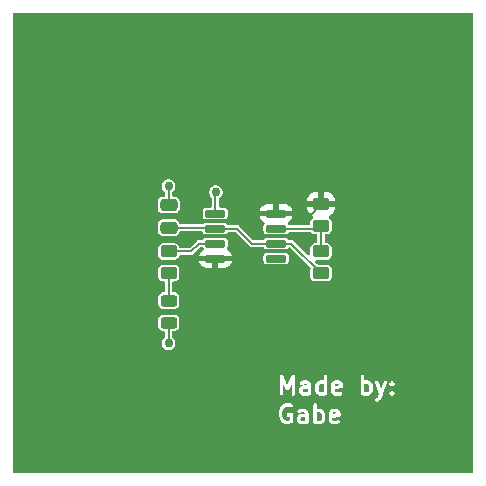
<source format=gbr>
%TF.GenerationSoftware,KiCad,Pcbnew,9.0.2-9.0.2-0~ubuntu22.04.1*%
%TF.CreationDate,2025-07-10T14:00:20-04:00*%
%TF.ProjectId,GettingToBlinky5.0,47657474-696e-4675-946f-426c696e6b79,rev?*%
%TF.SameCoordinates,Original*%
%TF.FileFunction,Copper,L1,Top*%
%TF.FilePolarity,Positive*%
%FSLAX46Y46*%
G04 Gerber Fmt 4.6, Leading zero omitted, Abs format (unit mm)*
G04 Created by KiCad (PCBNEW 9.0.2-9.0.2-0~ubuntu22.04.1) date 2025-07-10 14:00:20*
%MOMM*%
%LPD*%
G01*
G04 APERTURE LIST*
G04 Aperture macros list*
%AMRoundRect*
0 Rectangle with rounded corners*
0 $1 Rounding radius*
0 $2 $3 $4 $5 $6 $7 $8 $9 X,Y pos of 4 corners*
0 Add a 4 corners polygon primitive as box body*
4,1,4,$2,$3,$4,$5,$6,$7,$8,$9,$2,$3,0*
0 Add four circle primitives for the rounded corners*
1,1,$1+$1,$2,$3*
1,1,$1+$1,$4,$5*
1,1,$1+$1,$6,$7*
1,1,$1+$1,$8,$9*
0 Add four rect primitives between the rounded corners*
20,1,$1+$1,$2,$3,$4,$5,0*
20,1,$1+$1,$4,$5,$6,$7,0*
20,1,$1+$1,$6,$7,$8,$9,0*
20,1,$1+$1,$8,$9,$2,$3,0*%
G04 Aperture macros list end*
%ADD10C,0.300000*%
%TA.AperFunction,SMDPad,CuDef*%
%ADD11RoundRect,0.150000X-0.725000X-0.150000X0.725000X-0.150000X0.725000X0.150000X-0.725000X0.150000X0*%
%TD*%
%TA.AperFunction,SMDPad,CuDef*%
%ADD12RoundRect,0.250000X0.475000X-0.250000X0.475000X0.250000X-0.475000X0.250000X-0.475000X-0.250000X0*%
%TD*%
%TA.AperFunction,SMDPad,CuDef*%
%ADD13RoundRect,0.250000X-0.450000X0.262500X-0.450000X-0.262500X0.450000X-0.262500X0.450000X0.262500X0*%
%TD*%
%TA.AperFunction,SMDPad,CuDef*%
%ADD14RoundRect,0.243750X0.456250X-0.243750X0.456250X0.243750X-0.456250X0.243750X-0.456250X-0.243750X0*%
%TD*%
%TA.AperFunction,ViaPad*%
%ADD15C,0.750000*%
%TD*%
%TA.AperFunction,Conductor*%
%ADD16C,0.200000*%
%TD*%
G04 APERTURE END LIST*
D10*
G36*
X146247368Y-127036694D02*
G01*
X146219101Y-127050828D01*
X145932777Y-127050828D01*
X145866314Y-127017597D01*
X145833082Y-126951133D01*
X145833082Y-126879094D01*
X145866313Y-126812631D01*
X145932777Y-126779400D01*
X146247368Y-126779400D01*
X146247368Y-127036694D01*
G37*
G36*
X147594229Y-126395535D02*
G01*
X147631233Y-126432539D01*
X147675939Y-126521951D01*
X147675939Y-126879704D01*
X147631232Y-126969117D01*
X147594227Y-127006122D01*
X147504815Y-127050828D01*
X147289920Y-127050828D01*
X147261653Y-127036694D01*
X147261653Y-126364962D01*
X147289921Y-126350828D01*
X147504815Y-126350828D01*
X147594229Y-126395535D01*
G37*
G36*
X148928422Y-126384060D02*
G01*
X148954597Y-126436411D01*
X148547368Y-126517857D01*
X148547368Y-126450523D01*
X148580599Y-126384060D01*
X148647064Y-126350828D01*
X148861958Y-126350828D01*
X148928422Y-126384060D01*
G37*
G36*
X146461654Y-124621778D02*
G01*
X146433387Y-124635912D01*
X146147063Y-124635912D01*
X146080600Y-124602681D01*
X146047368Y-124536217D01*
X146047368Y-124464178D01*
X146080599Y-124397715D01*
X146147063Y-124364484D01*
X146461654Y-124364484D01*
X146461654Y-124621778D01*
G37*
G36*
X147818797Y-123950046D02*
G01*
X147818797Y-124621778D01*
X147790530Y-124635912D01*
X147575635Y-124635912D01*
X147486221Y-124591205D01*
X147449216Y-124554200D01*
X147404511Y-124464788D01*
X147404511Y-124107035D01*
X147449216Y-124017624D01*
X147486221Y-123980619D01*
X147575635Y-123935912D01*
X147790529Y-123935912D01*
X147818797Y-123950046D01*
G37*
G36*
X149142708Y-123969144D02*
G01*
X149168883Y-124021495D01*
X148761654Y-124102941D01*
X148761654Y-124035607D01*
X148794885Y-123969144D01*
X148861350Y-123935912D01*
X149076244Y-123935912D01*
X149142708Y-123969144D01*
G37*
G36*
X151594229Y-123980619D02*
G01*
X151631233Y-124017623D01*
X151675939Y-124107035D01*
X151675939Y-124464788D01*
X151631232Y-124554201D01*
X151594227Y-124591206D01*
X151504815Y-124635912D01*
X151289920Y-124635912D01*
X151261653Y-124621778D01*
X151261653Y-123950046D01*
X151289921Y-123935912D01*
X151504815Y-123935912D01*
X151594229Y-123980619D01*
G37*
G36*
X153996867Y-127517495D02*
G01*
X143866415Y-127517495D01*
X143866415Y-126343685D01*
X144033082Y-126343685D01*
X144033082Y-126557971D01*
X144033584Y-126563074D01*
X144033259Y-126565262D01*
X144034878Y-126576212D01*
X144035964Y-126587235D01*
X144036811Y-126589279D01*
X144037561Y-126594351D01*
X144108989Y-126880065D01*
X144109760Y-126882223D01*
X144109837Y-126883304D01*
X144114495Y-126895478D01*
X144118882Y-126907756D01*
X144119526Y-126908626D01*
X144120346Y-126910767D01*
X144191775Y-127053624D01*
X144199702Y-127066217D01*
X144201218Y-127069877D01*
X144204599Y-127073996D01*
X144207440Y-127078510D01*
X144210433Y-127081106D01*
X144219873Y-127092608D01*
X144362730Y-127235466D01*
X144385460Y-127254121D01*
X144390439Y-127256183D01*
X144394511Y-127259715D01*
X144421362Y-127271703D01*
X144635648Y-127343131D01*
X144650160Y-127346430D01*
X144653818Y-127347946D01*
X144659120Y-127348468D01*
X144664322Y-127349651D01*
X144668276Y-127349369D01*
X144683082Y-127350828D01*
X144825939Y-127350828D01*
X144840744Y-127349369D01*
X144844699Y-127349651D01*
X144849900Y-127348468D01*
X144855203Y-127347946D01*
X144858860Y-127346430D01*
X144873373Y-127343131D01*
X145087659Y-127271703D01*
X145114510Y-127259715D01*
X145118583Y-127256181D01*
X145123561Y-127254120D01*
X145146292Y-127235465D01*
X145217720Y-127164036D01*
X145236374Y-127141306D01*
X145253426Y-127100138D01*
X145258771Y-127087235D01*
X145261653Y-127057971D01*
X145261653Y-126843685D01*
X145533082Y-126843685D01*
X145533082Y-126986542D01*
X145535964Y-127015806D01*
X145538026Y-127020784D01*
X145538408Y-127026160D01*
X145548918Y-127053623D01*
X145620346Y-127196482D01*
X145623425Y-127201374D01*
X145624196Y-127203685D01*
X145626691Y-127206562D01*
X145636011Y-127221367D01*
X145650217Y-127233688D01*
X145662543Y-127247900D01*
X145677347Y-127257218D01*
X145680225Y-127259714D01*
X145682536Y-127260484D01*
X145687429Y-127263564D01*
X145830287Y-127334993D01*
X145857750Y-127345502D01*
X145863125Y-127345883D01*
X145868104Y-127347946D01*
X145897368Y-127350828D01*
X146254510Y-127350828D01*
X146283774Y-127347946D01*
X146288752Y-127345883D01*
X146294128Y-127345502D01*
X146321591Y-127334992D01*
X146328496Y-127331539D01*
X146368104Y-127347946D01*
X146426632Y-127347946D01*
X146480704Y-127325548D01*
X146522088Y-127284164D01*
X146544486Y-127230092D01*
X146547368Y-127200828D01*
X146547368Y-126415114D01*
X146544486Y-126385850D01*
X146542422Y-126380869D01*
X146542041Y-126375495D01*
X146531532Y-126348031D01*
X146460103Y-126205175D01*
X146457022Y-126200280D01*
X146456253Y-126197973D01*
X146453760Y-126195098D01*
X146444438Y-126180289D01*
X146430228Y-126167965D01*
X146417907Y-126153758D01*
X146403101Y-126144438D01*
X146400223Y-126141942D01*
X146397911Y-126141171D01*
X146393021Y-126138093D01*
X146250164Y-126066664D01*
X146222701Y-126056155D01*
X146217326Y-126055773D01*
X146212346Y-126053710D01*
X146183082Y-126050828D01*
X145897368Y-126050828D01*
X145868104Y-126053710D01*
X145863126Y-126055771D01*
X145857749Y-126056154D01*
X145830286Y-126066664D01*
X145687428Y-126138093D01*
X145662542Y-126153758D01*
X145624196Y-126197973D01*
X145605688Y-126253495D01*
X145609836Y-126311876D01*
X145636011Y-126364225D01*
X145680226Y-126402571D01*
X145735748Y-126421079D01*
X145794129Y-126416931D01*
X145821592Y-126406421D01*
X145932778Y-126350828D01*
X146147672Y-126350828D01*
X146214136Y-126384060D01*
X146247368Y-126450524D01*
X146247368Y-126465266D01*
X146219100Y-126479400D01*
X145897368Y-126479400D01*
X145868104Y-126482282D01*
X145863125Y-126484344D01*
X145857750Y-126484726D01*
X145830287Y-126495235D01*
X145687429Y-126566664D01*
X145682535Y-126569744D01*
X145680226Y-126570514D01*
X145677350Y-126573007D01*
X145662543Y-126582328D01*
X145650218Y-126596538D01*
X145636011Y-126608860D01*
X145626690Y-126623666D01*
X145624196Y-126626543D01*
X145623425Y-126628853D01*
X145620346Y-126633746D01*
X145548918Y-126776603D01*
X145538408Y-126804067D01*
X145538026Y-126809442D01*
X145535964Y-126814421D01*
X145533082Y-126843685D01*
X145261653Y-126843685D01*
X145261653Y-126557971D01*
X145258771Y-126528707D01*
X145236373Y-126474635D01*
X145194989Y-126433251D01*
X145140917Y-126410853D01*
X145111653Y-126407971D01*
X144825939Y-126407971D01*
X144796675Y-126410853D01*
X144742603Y-126433251D01*
X144701219Y-126474635D01*
X144678821Y-126528707D01*
X144678821Y-126587235D01*
X144701219Y-126641307D01*
X144742603Y-126682691D01*
X144796675Y-126705089D01*
X144825939Y-126707971D01*
X144961653Y-126707971D01*
X144961653Y-126995839D01*
X144959198Y-126998294D01*
X144801596Y-127050828D01*
X144707425Y-127050828D01*
X144549822Y-126998294D01*
X144449217Y-126897688D01*
X144396036Y-126791328D01*
X144333082Y-126539507D01*
X144333082Y-126362148D01*
X144396036Y-126110327D01*
X144449217Y-126003967D01*
X144549823Y-125903361D01*
X144707425Y-125850828D01*
X144861958Y-125850828D01*
X144973142Y-125906421D01*
X145000606Y-125916930D01*
X145058986Y-125921079D01*
X145114508Y-125902572D01*
X145158724Y-125864225D01*
X145184898Y-125811876D01*
X145189047Y-125753496D01*
X145171491Y-125700828D01*
X146961653Y-125700828D01*
X146961653Y-127200828D01*
X146964535Y-127230092D01*
X146986933Y-127284164D01*
X147028317Y-127325548D01*
X147082389Y-127347946D01*
X147140917Y-127347946D01*
X147180523Y-127331539D01*
X147187430Y-127334993D01*
X147214893Y-127345502D01*
X147220268Y-127345883D01*
X147225247Y-127347946D01*
X147254511Y-127350828D01*
X147540225Y-127350828D01*
X147569489Y-127347946D01*
X147574467Y-127345883D01*
X147579843Y-127345502D01*
X147607307Y-127334992D01*
X147750164Y-127263564D01*
X147762757Y-127255636D01*
X147766417Y-127254121D01*
X147770536Y-127250739D01*
X147775050Y-127247899D01*
X147777646Y-127244905D01*
X147789148Y-127235466D01*
X147860577Y-127164037D01*
X147870018Y-127152532D01*
X147873010Y-127149938D01*
X147875848Y-127145428D01*
X147879232Y-127141306D01*
X147880748Y-127137644D01*
X147888675Y-127125053D01*
X147960103Y-126982195D01*
X147970613Y-126954732D01*
X147970994Y-126949356D01*
X147973057Y-126944378D01*
X147975939Y-126915114D01*
X147975939Y-126486542D01*
X147973057Y-126457278D01*
X147970994Y-126452299D01*
X147970613Y-126446924D01*
X147960103Y-126419461D01*
X147957930Y-126415114D01*
X148247368Y-126415114D01*
X148247368Y-126986542D01*
X148250250Y-127015806D01*
X148252312Y-127020784D01*
X148252694Y-127026160D01*
X148263204Y-127053623D01*
X148334632Y-127196482D01*
X148337711Y-127201374D01*
X148338482Y-127203685D01*
X148340977Y-127206562D01*
X148350297Y-127221367D01*
X148364503Y-127233688D01*
X148376829Y-127247900D01*
X148391633Y-127257218D01*
X148394511Y-127259714D01*
X148396822Y-127260484D01*
X148401715Y-127263564D01*
X148544573Y-127334993D01*
X148572036Y-127345502D01*
X148577411Y-127345883D01*
X148582390Y-127347946D01*
X148611654Y-127350828D01*
X148897368Y-127350828D01*
X148926632Y-127347946D01*
X148931610Y-127345883D01*
X148936986Y-127345502D01*
X148964450Y-127334992D01*
X149107307Y-127263564D01*
X149132193Y-127247899D01*
X149170539Y-127203684D01*
X149189047Y-127148162D01*
X149184899Y-127089782D01*
X149158725Y-127037433D01*
X149114510Y-126999086D01*
X149058987Y-126980578D01*
X149000607Y-126984726D01*
X148973144Y-126995236D01*
X148861958Y-127050828D01*
X148647063Y-127050828D01*
X148580600Y-127017597D01*
X148547368Y-126951133D01*
X148547368Y-126823798D01*
X149140917Y-126705089D01*
X149140918Y-126705089D01*
X149140918Y-126705088D01*
X149141072Y-126705058D01*
X149169202Y-126696493D01*
X149181413Y-126688314D01*
X149194990Y-126682691D01*
X149205491Y-126672189D01*
X149217832Y-126663925D01*
X149225984Y-126651697D01*
X149236374Y-126641307D01*
X149242056Y-126627587D01*
X149250296Y-126615229D01*
X149253148Y-126600811D01*
X149258772Y-126587235D01*
X149261654Y-126557971D01*
X149261654Y-126557819D01*
X149261655Y-126557814D01*
X149261654Y-126557809D01*
X149261654Y-126415114D01*
X149258772Y-126385850D01*
X149256708Y-126380869D01*
X149256327Y-126375495D01*
X149245818Y-126348031D01*
X149174389Y-126205175D01*
X149171308Y-126200280D01*
X149170539Y-126197973D01*
X149168046Y-126195098D01*
X149158724Y-126180289D01*
X149144514Y-126167965D01*
X149132193Y-126153758D01*
X149117387Y-126144438D01*
X149114509Y-126141942D01*
X149112197Y-126141171D01*
X149107307Y-126138093D01*
X148964450Y-126066664D01*
X148936987Y-126056155D01*
X148931612Y-126055773D01*
X148926632Y-126053710D01*
X148897368Y-126050828D01*
X148611654Y-126050828D01*
X148582390Y-126053710D01*
X148577412Y-126055771D01*
X148572035Y-126056154D01*
X148544572Y-126066664D01*
X148401714Y-126138093D01*
X148396819Y-126141173D01*
X148394512Y-126141943D01*
X148391637Y-126144435D01*
X148376828Y-126153758D01*
X148364505Y-126167966D01*
X148350297Y-126180289D01*
X148340974Y-126195098D01*
X148338482Y-126197973D01*
X148337712Y-126200280D01*
X148334632Y-126205175D01*
X148263204Y-126348032D01*
X148252694Y-126375496D01*
X148252312Y-126380871D01*
X148250250Y-126385850D01*
X148247368Y-126415114D01*
X147957930Y-126415114D01*
X147888675Y-126276603D01*
X147880746Y-126264008D01*
X147879231Y-126260349D01*
X147875849Y-126256228D01*
X147873010Y-126251718D01*
X147870018Y-126249123D01*
X147860576Y-126237618D01*
X147789147Y-126166190D01*
X147777647Y-126156752D01*
X147775050Y-126153758D01*
X147770533Y-126150915D01*
X147766416Y-126147536D01*
X147762759Y-126146021D01*
X147750164Y-126138093D01*
X147607307Y-126066664D01*
X147579844Y-126056155D01*
X147574469Y-126055773D01*
X147569489Y-126053710D01*
X147540225Y-126050828D01*
X147261653Y-126050828D01*
X147261653Y-125700828D01*
X147258771Y-125671564D01*
X147236373Y-125617492D01*
X147194989Y-125576108D01*
X147140917Y-125553710D01*
X147082389Y-125553710D01*
X147028317Y-125576108D01*
X146986933Y-125617492D01*
X146964535Y-125671564D01*
X146961653Y-125700828D01*
X145171491Y-125700828D01*
X145170539Y-125697973D01*
X145132193Y-125653758D01*
X145107307Y-125638093D01*
X144964450Y-125566664D01*
X144936987Y-125556155D01*
X144931612Y-125555773D01*
X144926632Y-125553710D01*
X144897368Y-125550828D01*
X144683082Y-125550828D01*
X144668270Y-125552286D01*
X144664321Y-125552006D01*
X144659126Y-125553187D01*
X144653818Y-125553710D01*
X144650156Y-125555226D01*
X144635647Y-125558526D01*
X144421362Y-125629955D01*
X144394511Y-125641943D01*
X144390441Y-125645472D01*
X144385460Y-125647536D01*
X144362730Y-125666191D01*
X144219873Y-125809048D01*
X144210433Y-125820549D01*
X144207440Y-125823146D01*
X144204599Y-125827659D01*
X144201218Y-125831779D01*
X144199702Y-125835438D01*
X144191775Y-125848032D01*
X144120346Y-125990889D01*
X144119526Y-125993029D01*
X144118882Y-125993900D01*
X144114495Y-126006177D01*
X144109837Y-126018352D01*
X144109760Y-126019432D01*
X144108989Y-126021591D01*
X144037561Y-126307305D01*
X144036811Y-126312376D01*
X144035964Y-126314421D01*
X144034878Y-126325443D01*
X144033259Y-126336394D01*
X144033584Y-126338581D01*
X144033082Y-126343685D01*
X143866415Y-126343685D01*
X143866415Y-125267150D01*
X152177117Y-125267150D01*
X152181265Y-125325530D01*
X152207440Y-125377879D01*
X152251655Y-125416226D01*
X152307177Y-125434734D01*
X152365557Y-125430586D01*
X152393021Y-125420076D01*
X152535878Y-125348648D01*
X152548471Y-125340720D01*
X152552131Y-125339205D01*
X152556250Y-125335823D01*
X152560764Y-125332983D01*
X152563360Y-125329989D01*
X152574862Y-125320550D01*
X152646291Y-125249121D01*
X152664946Y-125226390D01*
X152665302Y-125225529D01*
X152665952Y-125224864D01*
X152679497Y-125198764D01*
X152822354Y-124841620D01*
X152823140Y-124838908D01*
X152824343Y-124836362D01*
X152878322Y-124685222D01*
X153393107Y-124685222D01*
X153393107Y-124743748D01*
X153395333Y-124749121D01*
X153415504Y-124797819D01*
X153434159Y-124820550D01*
X153505587Y-124891978D01*
X153528317Y-124910633D01*
X153550714Y-124919909D01*
X153582389Y-124933030D01*
X153640917Y-124933030D01*
X153685369Y-124914617D01*
X153694988Y-124910633D01*
X153694992Y-124910628D01*
X153717718Y-124891979D01*
X153789147Y-124820551D01*
X153807802Y-124797820D01*
X153807803Y-124797819D01*
X153830200Y-124743747D01*
X153830200Y-124685221D01*
X153807803Y-124631149D01*
X153789148Y-124608418D01*
X153717719Y-124536989D01*
X153694988Y-124518334D01*
X153658045Y-124503032D01*
X153640917Y-124495937D01*
X153582389Y-124495937D01*
X153565261Y-124503032D01*
X153528318Y-124518334D01*
X153528317Y-124518335D01*
X153505586Y-124536990D01*
X153434158Y-124608419D01*
X153415508Y-124631144D01*
X153415504Y-124631149D01*
X153395334Y-124679846D01*
X153393107Y-124685222D01*
X152878322Y-124685222D01*
X153158935Y-123899506D01*
X153393107Y-123899506D01*
X153393107Y-123958032D01*
X153415504Y-124012104D01*
X153415508Y-124012108D01*
X153434158Y-124034834D01*
X153505586Y-124106263D01*
X153528317Y-124124918D01*
X153528318Y-124124919D01*
X153557702Y-124137090D01*
X153582389Y-124147316D01*
X153582390Y-124147316D01*
X153640915Y-124147316D01*
X153640916Y-124147316D01*
X153640917Y-124147316D01*
X153665604Y-124137090D01*
X153694988Y-124124919D01*
X153717719Y-124106264D01*
X153789148Y-124034835D01*
X153807803Y-124012104D01*
X153830200Y-123958032D01*
X153830200Y-123899506D01*
X153807803Y-123845434D01*
X153807802Y-123845433D01*
X153789147Y-123822702D01*
X153717718Y-123751274D01*
X153694992Y-123732624D01*
X153694988Y-123732620D01*
X153679151Y-123726060D01*
X153640917Y-123710223D01*
X153582389Y-123710223D01*
X153551116Y-123723177D01*
X153528317Y-123732620D01*
X153505587Y-123751275D01*
X153434159Y-123822703D01*
X153415504Y-123845434D01*
X153408772Y-123861687D01*
X153394162Y-123896960D01*
X153393107Y-123899506D01*
X153158935Y-123899506D01*
X153181486Y-123836363D01*
X153188615Y-123807834D01*
X153185708Y-123749379D01*
X153160654Y-123696487D01*
X153117265Y-123657207D01*
X153062147Y-123637522D01*
X153003692Y-123640429D01*
X152950800Y-123665483D01*
X152911520Y-123708872D01*
X152898964Y-123735462D01*
X152683082Y-124339931D01*
X152467200Y-123735462D01*
X152454644Y-123708872D01*
X152415364Y-123665483D01*
X152362472Y-123640429D01*
X152304017Y-123637522D01*
X152248899Y-123657207D01*
X152205510Y-123696487D01*
X152180456Y-123749379D01*
X152177549Y-123807834D01*
X152184678Y-123836362D01*
X152522729Y-124782906D01*
X152412387Y-125058760D01*
X152379941Y-125091206D01*
X152258857Y-125151748D01*
X152233972Y-125167413D01*
X152195625Y-125211628D01*
X152177117Y-125267150D01*
X143866415Y-125267150D01*
X143866415Y-123285912D01*
X144104510Y-123285912D01*
X144104510Y-124785912D01*
X144107392Y-124815176D01*
X144129790Y-124869248D01*
X144171174Y-124910632D01*
X144225246Y-124933030D01*
X144283774Y-124933030D01*
X144337846Y-124910632D01*
X144379230Y-124869248D01*
X144401628Y-124815176D01*
X144404510Y-124785912D01*
X144404510Y-123962045D01*
X144618583Y-124420774D01*
X144624929Y-124431487D01*
X144626250Y-124435119D01*
X144628601Y-124437687D01*
X144633570Y-124446074D01*
X144650375Y-124461464D01*
X144665777Y-124478282D01*
X144671820Y-124481102D01*
X144676733Y-124485601D01*
X144698153Y-124493390D01*
X144718815Y-124503032D01*
X144725472Y-124503324D01*
X144731735Y-124505602D01*
X144754514Y-124504601D01*
X144777285Y-124505602D01*
X144783544Y-124503325D01*
X144790206Y-124503033D01*
X144810873Y-124493388D01*
X144832288Y-124485601D01*
X144837201Y-124481101D01*
X144843243Y-124478282D01*
X144858638Y-124461469D01*
X144875451Y-124446074D01*
X144880419Y-124437685D01*
X144882770Y-124435119D01*
X144884089Y-124431489D01*
X144890437Y-124420774D01*
X145104510Y-123962046D01*
X145104510Y-124785912D01*
X145107392Y-124815176D01*
X145129790Y-124869248D01*
X145171174Y-124910632D01*
X145225246Y-124933030D01*
X145283774Y-124933030D01*
X145337846Y-124910632D01*
X145379230Y-124869248D01*
X145401628Y-124815176D01*
X145404510Y-124785912D01*
X145404510Y-124428769D01*
X145747368Y-124428769D01*
X145747368Y-124571626D01*
X145750250Y-124600890D01*
X145752312Y-124605868D01*
X145752694Y-124611244D01*
X145763204Y-124638707D01*
X145834632Y-124781566D01*
X145837711Y-124786458D01*
X145838482Y-124788769D01*
X145840977Y-124791646D01*
X145850297Y-124806451D01*
X145864503Y-124818772D01*
X145876829Y-124832984D01*
X145891633Y-124842302D01*
X145894511Y-124844798D01*
X145896822Y-124845568D01*
X145901715Y-124848648D01*
X146044573Y-124920077D01*
X146072036Y-124930586D01*
X146077411Y-124930967D01*
X146082390Y-124933030D01*
X146111654Y-124935912D01*
X146468796Y-124935912D01*
X146498060Y-124933030D01*
X146503038Y-124930967D01*
X146508414Y-124930586D01*
X146535877Y-124920076D01*
X146542782Y-124916623D01*
X146582390Y-124933030D01*
X146640918Y-124933030D01*
X146694990Y-124910632D01*
X146736374Y-124869248D01*
X146758772Y-124815176D01*
X146761654Y-124785912D01*
X146761654Y-124071626D01*
X147104511Y-124071626D01*
X147104511Y-124500198D01*
X147107393Y-124529462D01*
X147109455Y-124534440D01*
X147109837Y-124539816D01*
X147120347Y-124567280D01*
X147191775Y-124710137D01*
X147199702Y-124722730D01*
X147201218Y-124726390D01*
X147204599Y-124730509D01*
X147207440Y-124735023D01*
X147210433Y-124737619D01*
X147219873Y-124749121D01*
X147291302Y-124820550D01*
X147302806Y-124829991D01*
X147305401Y-124832983D01*
X147309910Y-124835821D01*
X147314033Y-124839205D01*
X147317694Y-124840721D01*
X147330286Y-124848648D01*
X147473144Y-124920076D01*
X147500607Y-124930586D01*
X147505982Y-124930967D01*
X147510961Y-124933030D01*
X147540225Y-124935912D01*
X147825939Y-124935912D01*
X147855203Y-124933030D01*
X147860181Y-124930967D01*
X147865557Y-124930586D01*
X147893020Y-124920076D01*
X147899925Y-124916623D01*
X147939533Y-124933030D01*
X147998061Y-124933030D01*
X148052133Y-124910632D01*
X148093517Y-124869248D01*
X148115915Y-124815176D01*
X148118797Y-124785912D01*
X148118797Y-124000198D01*
X148461654Y-124000198D01*
X148461654Y-124571626D01*
X148464536Y-124600890D01*
X148466598Y-124605868D01*
X148466980Y-124611244D01*
X148477490Y-124638707D01*
X148548918Y-124781566D01*
X148551997Y-124786458D01*
X148552768Y-124788769D01*
X148555263Y-124791646D01*
X148564583Y-124806451D01*
X148578789Y-124818772D01*
X148591115Y-124832984D01*
X148605919Y-124842302D01*
X148608797Y-124844798D01*
X148611108Y-124845568D01*
X148616001Y-124848648D01*
X148758859Y-124920077D01*
X148786322Y-124930586D01*
X148791697Y-124930967D01*
X148796676Y-124933030D01*
X148825940Y-124935912D01*
X149111654Y-124935912D01*
X149140918Y-124933030D01*
X149145896Y-124930967D01*
X149151272Y-124930586D01*
X149178736Y-124920076D01*
X149321593Y-124848648D01*
X149346479Y-124832983D01*
X149384825Y-124788768D01*
X149403333Y-124733246D01*
X149399185Y-124674866D01*
X149373011Y-124622517D01*
X149328796Y-124584170D01*
X149273273Y-124565662D01*
X149214893Y-124569810D01*
X149187430Y-124580320D01*
X149076244Y-124635912D01*
X148861349Y-124635912D01*
X148794886Y-124602681D01*
X148761654Y-124536217D01*
X148761654Y-124408882D01*
X149355203Y-124290173D01*
X149355204Y-124290173D01*
X149355204Y-124290172D01*
X149355358Y-124290142D01*
X149383488Y-124281577D01*
X149395699Y-124273398D01*
X149409276Y-124267775D01*
X149419777Y-124257273D01*
X149432118Y-124249009D01*
X149440270Y-124236781D01*
X149450660Y-124226391D01*
X149456342Y-124212671D01*
X149464582Y-124200313D01*
X149467434Y-124185895D01*
X149473058Y-124172319D01*
X149475940Y-124143055D01*
X149475940Y-124142903D01*
X149475941Y-124142898D01*
X149475940Y-124142893D01*
X149475940Y-124000198D01*
X149473058Y-123970934D01*
X149470994Y-123965953D01*
X149470613Y-123960579D01*
X149460104Y-123933115D01*
X149388675Y-123790259D01*
X149385594Y-123785364D01*
X149384825Y-123783057D01*
X149382332Y-123780182D01*
X149373010Y-123765373D01*
X149358800Y-123753049D01*
X149346479Y-123738842D01*
X149331673Y-123729522D01*
X149328795Y-123727026D01*
X149326483Y-123726255D01*
X149321593Y-123723177D01*
X149178736Y-123651748D01*
X149151273Y-123641239D01*
X149145898Y-123640857D01*
X149140918Y-123638794D01*
X149111654Y-123635912D01*
X148825940Y-123635912D01*
X148796676Y-123638794D01*
X148791698Y-123640855D01*
X148786321Y-123641238D01*
X148758858Y-123651748D01*
X148616000Y-123723177D01*
X148611105Y-123726257D01*
X148608798Y-123727027D01*
X148605923Y-123729519D01*
X148591114Y-123738842D01*
X148578791Y-123753050D01*
X148564583Y-123765373D01*
X148555260Y-123780182D01*
X148552768Y-123783057D01*
X148551998Y-123785364D01*
X148548918Y-123790259D01*
X148477490Y-123933116D01*
X148466980Y-123960580D01*
X148466598Y-123965955D01*
X148464536Y-123970934D01*
X148461654Y-124000198D01*
X148118797Y-124000198D01*
X148118797Y-123285912D01*
X150961653Y-123285912D01*
X150961653Y-124785912D01*
X150964535Y-124815176D01*
X150986933Y-124869248D01*
X151028317Y-124910632D01*
X151082389Y-124933030D01*
X151140917Y-124933030D01*
X151180523Y-124916623D01*
X151187430Y-124920077D01*
X151214893Y-124930586D01*
X151220268Y-124930967D01*
X151225247Y-124933030D01*
X151254511Y-124935912D01*
X151540225Y-124935912D01*
X151569489Y-124933030D01*
X151574467Y-124930967D01*
X151579843Y-124930586D01*
X151607307Y-124920076D01*
X151750164Y-124848648D01*
X151762757Y-124840720D01*
X151766417Y-124839205D01*
X151770536Y-124835823D01*
X151775050Y-124832983D01*
X151777646Y-124829989D01*
X151789148Y-124820550D01*
X151860577Y-124749121D01*
X151870018Y-124737616D01*
X151873010Y-124735022D01*
X151875848Y-124730512D01*
X151879232Y-124726390D01*
X151880748Y-124722728D01*
X151888675Y-124710137D01*
X151960103Y-124567279D01*
X151970613Y-124539816D01*
X151970994Y-124534440D01*
X151973057Y-124529462D01*
X151975939Y-124500198D01*
X151975939Y-124071626D01*
X151973057Y-124042362D01*
X151970994Y-124037383D01*
X151970613Y-124032008D01*
X151960103Y-124004545D01*
X151888675Y-123861687D01*
X151880746Y-123849092D01*
X151879231Y-123845433D01*
X151875849Y-123841312D01*
X151873010Y-123836802D01*
X151870018Y-123834207D01*
X151860576Y-123822702D01*
X151789147Y-123751274D01*
X151777647Y-123741836D01*
X151775050Y-123738842D01*
X151770533Y-123735999D01*
X151766416Y-123732620D01*
X151762759Y-123731105D01*
X151750164Y-123723177D01*
X151607307Y-123651748D01*
X151579844Y-123641239D01*
X151574469Y-123640857D01*
X151569489Y-123638794D01*
X151540225Y-123635912D01*
X151261653Y-123635912D01*
X151261653Y-123285912D01*
X151258771Y-123256648D01*
X151236373Y-123202576D01*
X151194989Y-123161192D01*
X151140917Y-123138794D01*
X151082389Y-123138794D01*
X151028317Y-123161192D01*
X150986933Y-123202576D01*
X150964535Y-123256648D01*
X150961653Y-123285912D01*
X148118797Y-123285912D01*
X148115915Y-123256648D01*
X148093517Y-123202576D01*
X148052133Y-123161192D01*
X147998061Y-123138794D01*
X147939533Y-123138794D01*
X147885461Y-123161192D01*
X147844077Y-123202576D01*
X147821679Y-123256648D01*
X147818797Y-123285912D01*
X147818797Y-123635912D01*
X147540225Y-123635912D01*
X147510961Y-123638794D01*
X147505980Y-123640857D01*
X147500606Y-123641239D01*
X147473142Y-123651748D01*
X147330286Y-123723177D01*
X147317692Y-123731104D01*
X147314033Y-123732620D01*
X147309912Y-123736001D01*
X147305400Y-123738842D01*
X147302803Y-123741835D01*
X147291303Y-123751274D01*
X147219874Y-123822702D01*
X147210434Y-123834204D01*
X147207440Y-123836801D01*
X147204598Y-123841315D01*
X147201219Y-123845433D01*
X147199703Y-123849091D01*
X147191775Y-123861687D01*
X147120347Y-124004544D01*
X147109837Y-124032008D01*
X147109455Y-124037383D01*
X147107393Y-124042362D01*
X147104511Y-124071626D01*
X146761654Y-124071626D01*
X146761654Y-124000198D01*
X146758772Y-123970934D01*
X146756708Y-123965953D01*
X146756327Y-123960579D01*
X146745818Y-123933115D01*
X146674389Y-123790259D01*
X146671308Y-123785364D01*
X146670539Y-123783057D01*
X146668046Y-123780182D01*
X146658724Y-123765373D01*
X146644514Y-123753049D01*
X146632193Y-123738842D01*
X146617387Y-123729522D01*
X146614509Y-123727026D01*
X146612197Y-123726255D01*
X146607307Y-123723177D01*
X146464450Y-123651748D01*
X146436987Y-123641239D01*
X146431612Y-123640857D01*
X146426632Y-123638794D01*
X146397368Y-123635912D01*
X146111654Y-123635912D01*
X146082390Y-123638794D01*
X146077412Y-123640855D01*
X146072035Y-123641238D01*
X146044572Y-123651748D01*
X145901714Y-123723177D01*
X145876828Y-123738842D01*
X145838482Y-123783057D01*
X145819974Y-123838579D01*
X145824122Y-123896960D01*
X145850297Y-123949309D01*
X145894512Y-123987655D01*
X145950034Y-124006163D01*
X146008415Y-124002015D01*
X146035878Y-123991505D01*
X146147064Y-123935912D01*
X146361958Y-123935912D01*
X146428422Y-123969144D01*
X146461654Y-124035608D01*
X146461654Y-124050350D01*
X146433386Y-124064484D01*
X146111654Y-124064484D01*
X146082390Y-124067366D01*
X146077411Y-124069428D01*
X146072036Y-124069810D01*
X146044573Y-124080319D01*
X145901715Y-124151748D01*
X145896821Y-124154828D01*
X145894512Y-124155598D01*
X145891636Y-124158091D01*
X145876829Y-124167412D01*
X145864504Y-124181622D01*
X145850297Y-124193944D01*
X145840976Y-124208750D01*
X145838482Y-124211627D01*
X145837711Y-124213937D01*
X145834632Y-124218830D01*
X145763204Y-124361687D01*
X145752694Y-124389151D01*
X145752312Y-124394526D01*
X145750250Y-124399505D01*
X145747368Y-124428769D01*
X145404510Y-124428769D01*
X145404510Y-123285912D01*
X145402615Y-123266674D01*
X145402771Y-123263136D01*
X145402079Y-123261235D01*
X145401628Y-123256648D01*
X145391667Y-123232602D01*
X145382770Y-123208134D01*
X145380510Y-123205666D01*
X145379230Y-123202576D01*
X145360832Y-123184178D01*
X145343243Y-123164971D01*
X145340209Y-123163555D01*
X145337846Y-123161192D01*
X145313815Y-123151238D01*
X145290206Y-123140220D01*
X145286861Y-123140073D01*
X145283774Y-123138794D01*
X145257750Y-123138794D01*
X145231735Y-123137651D01*
X145228592Y-123138794D01*
X145225246Y-123138794D01*
X145201193Y-123148757D01*
X145176733Y-123157652D01*
X145174265Y-123159911D01*
X145171174Y-123161192D01*
X145152765Y-123179600D01*
X145133570Y-123197179D01*
X145131220Y-123201145D01*
X145129790Y-123202576D01*
X145128434Y-123205848D01*
X145118583Y-123222479D01*
X144754510Y-124002635D01*
X144390437Y-123222479D01*
X144380583Y-123205844D01*
X144379230Y-123202576D01*
X144377801Y-123201147D01*
X144375451Y-123197179D01*
X144356243Y-123179589D01*
X144337846Y-123161192D01*
X144334755Y-123159911D01*
X144332288Y-123157652D01*
X144307822Y-123148755D01*
X144283774Y-123138794D01*
X144280428Y-123138794D01*
X144277285Y-123137651D01*
X144251281Y-123138794D01*
X144225246Y-123138794D01*
X144222155Y-123140074D01*
X144218815Y-123140221D01*
X144195219Y-123151231D01*
X144171174Y-123161192D01*
X144168810Y-123163555D01*
X144165777Y-123164971D01*
X144148187Y-123184178D01*
X144129790Y-123202576D01*
X144128509Y-123205666D01*
X144126250Y-123208134D01*
X144117353Y-123232599D01*
X144107392Y-123256648D01*
X144106940Y-123261236D01*
X144106249Y-123263137D01*
X144106404Y-123266675D01*
X144104510Y-123285912D01*
X143866415Y-123285912D01*
X143866415Y-122970984D01*
X153996867Y-122970984D01*
X153996867Y-127517495D01*
G37*
D11*
%TO.P,U-2,1,GND*%
%TO.N,GND*%
X138650000Y-109510000D03*
%TO.P,U-2,2,~TRIG*%
%TO.N,/THR*%
X138650000Y-110780000D03*
%TO.P,U-2,3,OUT*%
%TO.N,Net-(U-2-OUT)*%
X138650000Y-112050000D03*
%TO.P,U-2,4,~RST*%
%TO.N,/Vdd*%
X138650000Y-113320000D03*
%TO.P,U-2,5,CTRL*%
%TO.N,unconnected-(U-2-CTRL-Pad5)*%
X143800000Y-113320000D03*
%TO.P,U-2,6,THR*%
%TO.N,/THR*%
X143800000Y-112050000D03*
%TO.P,U-2,7,DIS*%
%TO.N,/DIS*%
X143800000Y-110780000D03*
%TO.P,U-2,8,VDD*%
%TO.N,/Vdd*%
X143800000Y-109510000D03*
%TD*%
D12*
%TO.P,C1,1*%
%TO.N,/THR*%
X134700000Y-110700000D03*
%TO.P,C1,2*%
%TO.N,GND*%
X134700000Y-108800000D03*
%TD*%
D13*
%TO.P,R3,1*%
%TO.N,Net-(U-2-OUT)*%
X134700000Y-112725000D03*
%TO.P,R3,2*%
%TO.N,Net-(D1-A)*%
X134700000Y-114550000D03*
%TD*%
%TO.P,R1,1*%
%TO.N,/Vdd*%
X147600000Y-108725000D03*
%TO.P,R1,2*%
%TO.N,/DIS*%
X147600000Y-110550000D03*
%TD*%
D14*
%TO.P,D1,1,K*%
%TO.N,GND*%
X134700000Y-118750000D03*
%TO.P,D1,2,A*%
%TO.N,Net-(D1-A)*%
X134700000Y-116875000D03*
%TD*%
D13*
%TO.P,R2,1*%
%TO.N,/DIS*%
X147600000Y-112725000D03*
%TO.P,R2,2*%
%TO.N,/THR*%
X147600000Y-114550000D03*
%TD*%
D15*
%TO.N,GND*%
X134700000Y-120500000D03*
X138700000Y-107700000D03*
X134700000Y-107200000D03*
%TO.N,/Vdd*%
X154025000Y-107075000D03*
X128400000Y-107200000D03*
%TD*%
D16*
%TO.N,GND*%
X134700000Y-108800000D02*
X134700000Y-107200000D01*
X134700000Y-118750000D02*
X134700000Y-120500000D01*
X138650000Y-109510000D02*
X138650000Y-107750000D01*
X138650000Y-107750000D02*
X138700000Y-107700000D01*
%TO.N,/THR*%
X145100000Y-112050000D02*
X143800000Y-112050000D01*
X134700000Y-110700000D02*
X138570000Y-110700000D01*
X140480000Y-110780000D02*
X138650000Y-110780000D01*
X141750000Y-112050000D02*
X140480000Y-110780000D01*
X138570000Y-110700000D02*
X138650000Y-110780000D01*
X143800000Y-112050000D02*
X141750000Y-112050000D01*
X147600000Y-114550000D02*
X145100000Y-112050000D01*
%TO.N,Net-(D1-A)*%
X134700000Y-114550000D02*
X134700000Y-116875000D01*
%TO.N,/DIS*%
X143800000Y-110780000D02*
X147370000Y-110780000D01*
X147600000Y-110550000D02*
X147600000Y-112725000D01*
X147370000Y-110780000D02*
X147600000Y-110550000D01*
%TO.N,/Vdd*%
X146815000Y-109510000D02*
X147600000Y-108725000D01*
X143800000Y-109510000D02*
X146815000Y-109510000D01*
%TO.N,Net-(U-2-OUT)*%
X136575000Y-112725000D02*
X134700000Y-112725000D01*
X137250000Y-112050000D02*
X136575000Y-112725000D01*
X138650000Y-112050000D02*
X137250000Y-112050000D01*
%TD*%
%TA.AperFunction,Conductor*%
%TO.N,/Vdd*%
G36*
X160442539Y-92520185D02*
G01*
X160488294Y-92572989D01*
X160499500Y-92624500D01*
X160499500Y-131375500D01*
X160479815Y-131442539D01*
X160427011Y-131488294D01*
X160375500Y-131499500D01*
X121624500Y-131499500D01*
X121557461Y-131479815D01*
X121511706Y-131427011D01*
X121500500Y-131375500D01*
X121500500Y-127357553D01*
X144025378Y-127357553D01*
X153838082Y-127357553D01*
X153838082Y-123129751D01*
X144025378Y-123129751D01*
X144025378Y-127357553D01*
X121500500Y-127357553D01*
X121500500Y-118452731D01*
X133799500Y-118452731D01*
X133799500Y-119047268D01*
X133802313Y-119077269D01*
X133802315Y-119077281D01*
X133846544Y-119203678D01*
X133846545Y-119203680D01*
X133926069Y-119311430D01*
X134033819Y-119390954D01*
X134033821Y-119390955D01*
X134160218Y-119435184D01*
X134160222Y-119435184D01*
X134160226Y-119435186D01*
X134175231Y-119436593D01*
X134190232Y-119438000D01*
X134190236Y-119438000D01*
X134275500Y-119438000D01*
X134342539Y-119457685D01*
X134388294Y-119510489D01*
X134399500Y-119562000D01*
X134399500Y-119937770D01*
X134379815Y-120004809D01*
X134350990Y-120036143D01*
X134346635Y-120039484D01*
X134239487Y-120146632D01*
X134239485Y-120146635D01*
X134163719Y-120277863D01*
X134124500Y-120424234D01*
X134124500Y-120575765D01*
X134163719Y-120722136D01*
X134201602Y-120787750D01*
X134239485Y-120853365D01*
X134346635Y-120960515D01*
X134477865Y-121036281D01*
X134624234Y-121075500D01*
X134624236Y-121075500D01*
X134775764Y-121075500D01*
X134775766Y-121075500D01*
X134922135Y-121036281D01*
X135053365Y-120960515D01*
X135160515Y-120853365D01*
X135236281Y-120722135D01*
X135275500Y-120575766D01*
X135275500Y-120424234D01*
X135236281Y-120277865D01*
X135160515Y-120146635D01*
X135053365Y-120039485D01*
X135053364Y-120039484D01*
X135049010Y-120036143D01*
X135007809Y-119979714D01*
X135000500Y-119937770D01*
X135000500Y-119562000D01*
X135020185Y-119494961D01*
X135072989Y-119449206D01*
X135124500Y-119438000D01*
X135209768Y-119438000D01*
X135223101Y-119436749D01*
X135239774Y-119435186D01*
X135239778Y-119435184D01*
X135239781Y-119435184D01*
X135310845Y-119410316D01*
X135366179Y-119390955D01*
X135473930Y-119311430D01*
X135553455Y-119203679D01*
X135597686Y-119077274D01*
X135600500Y-119047264D01*
X135600500Y-118452736D01*
X135597686Y-118422726D01*
X135597684Y-118422722D01*
X135597684Y-118422718D01*
X135553455Y-118296321D01*
X135553454Y-118296319D01*
X135473930Y-118188569D01*
X135366180Y-118109045D01*
X135366178Y-118109044D01*
X135239781Y-118064815D01*
X135239769Y-118064813D01*
X135209768Y-118062000D01*
X135209764Y-118062000D01*
X134190236Y-118062000D01*
X134190232Y-118062000D01*
X134160230Y-118064813D01*
X134160218Y-118064815D01*
X134033821Y-118109044D01*
X134033819Y-118109045D01*
X133926069Y-118188569D01*
X133846545Y-118296319D01*
X133846544Y-118296321D01*
X133802315Y-118422718D01*
X133802313Y-118422730D01*
X133799500Y-118452731D01*
X121500500Y-118452731D01*
X121500500Y-114233230D01*
X133799500Y-114233230D01*
X133799500Y-114866769D01*
X133802353Y-114897199D01*
X133802353Y-114897201D01*
X133847206Y-115025380D01*
X133847207Y-115025382D01*
X133927850Y-115134650D01*
X134037118Y-115215293D01*
X134079845Y-115230244D01*
X134165299Y-115260146D01*
X134195730Y-115263000D01*
X134195734Y-115263000D01*
X134275500Y-115263000D01*
X134342539Y-115282685D01*
X134388294Y-115335489D01*
X134399500Y-115387000D01*
X134399500Y-116063000D01*
X134379815Y-116130039D01*
X134327011Y-116175794D01*
X134275500Y-116187000D01*
X134190232Y-116187000D01*
X134160230Y-116189813D01*
X134160218Y-116189815D01*
X134033821Y-116234044D01*
X134033819Y-116234045D01*
X133926069Y-116313569D01*
X133846545Y-116421319D01*
X133846544Y-116421321D01*
X133802315Y-116547718D01*
X133802313Y-116547730D01*
X133799500Y-116577731D01*
X133799500Y-117172268D01*
X133802313Y-117202269D01*
X133802315Y-117202281D01*
X133846544Y-117328678D01*
X133846545Y-117328680D01*
X133926069Y-117436430D01*
X134033819Y-117515954D01*
X134033821Y-117515955D01*
X134160218Y-117560184D01*
X134160222Y-117560184D01*
X134160226Y-117560186D01*
X134175231Y-117561593D01*
X134190232Y-117563000D01*
X134190236Y-117563000D01*
X135209768Y-117563000D01*
X135223101Y-117561749D01*
X135239774Y-117560186D01*
X135239778Y-117560184D01*
X135239781Y-117560184D01*
X135310845Y-117535316D01*
X135366179Y-117515955D01*
X135473930Y-117436430D01*
X135553455Y-117328679D01*
X135597686Y-117202274D01*
X135600500Y-117172264D01*
X135600500Y-116577736D01*
X135597686Y-116547726D01*
X135597684Y-116547722D01*
X135597684Y-116547718D01*
X135553455Y-116421321D01*
X135553454Y-116421319D01*
X135473930Y-116313569D01*
X135366180Y-116234045D01*
X135366178Y-116234044D01*
X135239781Y-116189815D01*
X135239769Y-116189813D01*
X135209768Y-116187000D01*
X135209764Y-116187000D01*
X135124500Y-116187000D01*
X135057461Y-116167315D01*
X135011706Y-116114511D01*
X135000500Y-116063000D01*
X135000500Y-115387000D01*
X135020185Y-115319961D01*
X135072989Y-115274206D01*
X135124500Y-115263000D01*
X135204270Y-115263000D01*
X135234699Y-115260146D01*
X135234701Y-115260146D01*
X135298790Y-115237719D01*
X135362882Y-115215293D01*
X135472150Y-115134650D01*
X135552793Y-115025382D01*
X135575219Y-114961290D01*
X135597646Y-114897201D01*
X135597646Y-114897199D01*
X135600500Y-114866769D01*
X135600500Y-114233230D01*
X135597646Y-114202800D01*
X135597646Y-114202798D01*
X135552793Y-114074619D01*
X135552792Y-114074617D01*
X135472150Y-113965350D01*
X135362882Y-113884707D01*
X135362880Y-113884706D01*
X135234700Y-113839853D01*
X135204270Y-113837000D01*
X135204266Y-113837000D01*
X134195734Y-113837000D01*
X134195730Y-113837000D01*
X134165300Y-113839853D01*
X134165298Y-113839853D01*
X134037119Y-113884706D01*
X134037117Y-113884707D01*
X133927850Y-113965350D01*
X133847207Y-114074617D01*
X133847206Y-114074619D01*
X133802353Y-114202798D01*
X133802353Y-114202800D01*
X133799500Y-114233230D01*
X121500500Y-114233230D01*
X121500500Y-113570001D01*
X137277704Y-113570001D01*
X137277899Y-113572486D01*
X137323718Y-113730198D01*
X137407314Y-113871552D01*
X137407321Y-113871561D01*
X137523438Y-113987678D01*
X137523447Y-113987685D01*
X137664803Y-114071282D01*
X137664806Y-114071283D01*
X137822504Y-114117099D01*
X137822510Y-114117100D01*
X137859350Y-114119999D01*
X137859366Y-114120000D01*
X138400000Y-114120000D01*
X138900000Y-114120000D01*
X139440634Y-114120000D01*
X139440649Y-114119999D01*
X139477489Y-114117100D01*
X139477495Y-114117099D01*
X139635193Y-114071283D01*
X139635196Y-114071282D01*
X139776552Y-113987685D01*
X139776561Y-113987678D01*
X139892678Y-113871561D01*
X139892685Y-113871552D01*
X139976281Y-113730198D01*
X140022100Y-113572486D01*
X140022295Y-113570001D01*
X140022295Y-113570000D01*
X138900000Y-113570000D01*
X138900000Y-114120000D01*
X138400000Y-114120000D01*
X138400000Y-113570000D01*
X137277705Y-113570000D01*
X137277704Y-113570001D01*
X121500500Y-113570001D01*
X121500500Y-112408230D01*
X133799500Y-112408230D01*
X133799500Y-113041769D01*
X133802353Y-113072199D01*
X133802353Y-113072201D01*
X133847206Y-113200380D01*
X133847207Y-113200382D01*
X133927850Y-113309650D01*
X134037118Y-113390293D01*
X134079845Y-113405244D01*
X134165299Y-113435146D01*
X134195730Y-113438000D01*
X134195734Y-113438000D01*
X135204270Y-113438000D01*
X135234699Y-113435146D01*
X135234701Y-113435146D01*
X135310521Y-113408615D01*
X135320450Y-113405140D01*
X135362882Y-113390293D01*
X135472150Y-113309650D01*
X135552793Y-113200382D01*
X135575063Y-113136739D01*
X142724500Y-113136739D01*
X142724500Y-113503260D01*
X142734426Y-113571391D01*
X142785803Y-113676485D01*
X142868514Y-113759196D01*
X142868515Y-113759196D01*
X142868517Y-113759198D01*
X142973607Y-113810573D01*
X143007673Y-113815536D01*
X143041739Y-113820500D01*
X143041740Y-113820500D01*
X144558261Y-113820500D01*
X144580971Y-113817191D01*
X144626393Y-113810573D01*
X144731483Y-113759198D01*
X144814198Y-113676483D01*
X144865573Y-113571393D01*
X144875500Y-113503260D01*
X144875500Y-113136740D01*
X144865573Y-113068607D01*
X144814198Y-112963517D01*
X144814196Y-112963515D01*
X144814196Y-112963514D01*
X144731485Y-112880803D01*
X144626391Y-112829426D01*
X144558261Y-112819500D01*
X144558260Y-112819500D01*
X143041740Y-112819500D01*
X143041739Y-112819500D01*
X142973608Y-112829426D01*
X142868514Y-112880803D01*
X142785803Y-112963514D01*
X142734426Y-113068608D01*
X142724500Y-113136739D01*
X135575063Y-113136739D01*
X135584929Y-113108544D01*
X135625651Y-113051769D01*
X135690604Y-113026022D01*
X135701970Y-113025500D01*
X136614560Y-113025500D01*
X136614562Y-113025500D01*
X136690989Y-113005021D01*
X136759511Y-112965460D01*
X136815460Y-112909511D01*
X137338152Y-112386819D01*
X137365079Y-112372115D01*
X137390898Y-112355523D01*
X137397098Y-112354631D01*
X137399475Y-112353334D01*
X137425833Y-112350500D01*
X137532003Y-112350500D01*
X137599042Y-112370185D01*
X137632923Y-112402450D01*
X137641775Y-112414849D01*
X137640660Y-112415644D01*
X137644455Y-112422594D01*
X137644797Y-112422989D01*
X137644842Y-112423303D01*
X137668970Y-112467490D01*
X137663986Y-112537182D01*
X137622114Y-112593115D01*
X137610926Y-112600580D01*
X137523444Y-112652317D01*
X137523438Y-112652321D01*
X137407321Y-112768438D01*
X137407314Y-112768447D01*
X137323718Y-112909801D01*
X137277899Y-113067513D01*
X137277704Y-113069998D01*
X137277705Y-113070000D01*
X140022295Y-113070000D01*
X140022295Y-113069999D01*
X140022100Y-113067513D01*
X139976281Y-112909801D01*
X139892685Y-112768447D01*
X139892678Y-112768438D01*
X139776561Y-112652321D01*
X139776552Y-112652314D01*
X139689074Y-112600580D01*
X139641390Y-112549511D01*
X139628887Y-112480769D01*
X139655532Y-112416180D01*
X139664074Y-112406656D01*
X139664195Y-112406486D01*
X139664198Y-112406483D01*
X139715573Y-112301393D01*
X139725500Y-112233260D01*
X139725500Y-111866740D01*
X139715573Y-111798607D01*
X139664198Y-111693517D01*
X139664196Y-111693515D01*
X139664196Y-111693514D01*
X139581485Y-111610803D01*
X139476391Y-111559426D01*
X139408261Y-111549500D01*
X139408260Y-111549500D01*
X137891740Y-111549500D01*
X137891739Y-111549500D01*
X137823608Y-111559426D01*
X137718514Y-111610803D01*
X137635805Y-111693512D01*
X137632923Y-111697550D01*
X137577949Y-111740674D01*
X137532003Y-111749500D01*
X137210438Y-111749500D01*
X137179867Y-111757691D01*
X137134008Y-111769979D01*
X137134007Y-111769980D01*
X137084427Y-111798606D01*
X137084426Y-111798607D01*
X137065490Y-111809539D01*
X137065487Y-111809541D01*
X136486848Y-112388181D01*
X136425525Y-112421666D01*
X136399167Y-112424500D01*
X135701970Y-112424500D01*
X135634931Y-112404815D01*
X135589176Y-112352011D01*
X135584929Y-112341456D01*
X135569281Y-112296739D01*
X135552793Y-112249618D01*
X135472150Y-112140350D01*
X135362882Y-112059707D01*
X135362880Y-112059706D01*
X135234700Y-112014853D01*
X135204270Y-112012000D01*
X135204266Y-112012000D01*
X134195734Y-112012000D01*
X134195730Y-112012000D01*
X134165300Y-112014853D01*
X134165298Y-112014853D01*
X134037119Y-112059706D01*
X134037117Y-112059707D01*
X133927850Y-112140350D01*
X133847207Y-112249617D01*
X133847206Y-112249619D01*
X133802353Y-112377798D01*
X133802353Y-112377800D01*
X133799500Y-112408230D01*
X121500500Y-112408230D01*
X121500500Y-110395730D01*
X133774500Y-110395730D01*
X133774500Y-111004269D01*
X133777353Y-111034699D01*
X133777353Y-111034701D01*
X133822206Y-111162880D01*
X133822207Y-111162882D01*
X133902850Y-111272150D01*
X134012118Y-111352793D01*
X134054845Y-111367744D01*
X134140299Y-111397646D01*
X134170730Y-111400500D01*
X134170734Y-111400500D01*
X135229270Y-111400500D01*
X135259699Y-111397646D01*
X135259701Y-111397646D01*
X135323790Y-111375219D01*
X135387882Y-111352793D01*
X135497150Y-111272150D01*
X135577793Y-111162882D01*
X135599732Y-111100185D01*
X135605555Y-111083544D01*
X135646277Y-111026769D01*
X135711230Y-111001022D01*
X135722596Y-111000500D01*
X137491919Y-111000500D01*
X137558958Y-111020185D01*
X137603319Y-111070039D01*
X137635802Y-111136484D01*
X137718514Y-111219196D01*
X137718515Y-111219196D01*
X137718517Y-111219198D01*
X137823607Y-111270573D01*
X137834424Y-111272149D01*
X137891739Y-111280500D01*
X137891740Y-111280500D01*
X139408261Y-111280500D01*
X139430971Y-111277191D01*
X139476393Y-111270573D01*
X139581483Y-111219198D01*
X139664198Y-111136483D01*
X139664200Y-111136477D01*
X139667077Y-111132450D01*
X139722051Y-111089326D01*
X139767997Y-111080500D01*
X140304167Y-111080500D01*
X140371206Y-111100185D01*
X140391848Y-111116819D01*
X141509540Y-112234511D01*
X141565489Y-112290460D01*
X141565491Y-112290461D01*
X141565495Y-112290464D01*
X141634004Y-112330017D01*
X141634011Y-112330021D01*
X141710438Y-112350500D01*
X142682003Y-112350500D01*
X142749042Y-112370185D01*
X142782923Y-112402450D01*
X142785805Y-112406487D01*
X142868514Y-112489196D01*
X142868515Y-112489196D01*
X142868517Y-112489198D01*
X142973607Y-112540573D01*
X143007673Y-112545536D01*
X143041739Y-112550500D01*
X143041740Y-112550500D01*
X144558261Y-112550500D01*
X144580971Y-112547191D01*
X144626393Y-112540573D01*
X144731483Y-112489198D01*
X144814198Y-112406483D01*
X144814200Y-112406477D01*
X144817077Y-112402450D01*
X144821793Y-112398750D01*
X144824284Y-112393297D01*
X144848965Y-112377435D01*
X144872051Y-112359326D01*
X144879315Y-112357930D01*
X144883062Y-112355523D01*
X144917997Y-112350500D01*
X144924167Y-112350500D01*
X144991206Y-112370185D01*
X145011848Y-112386819D01*
X146679784Y-114054755D01*
X146713269Y-114116078D01*
X146709146Y-114183386D01*
X146702355Y-114202796D01*
X146702353Y-114202805D01*
X146699500Y-114233230D01*
X146699500Y-114866769D01*
X146702353Y-114897199D01*
X146702353Y-114897201D01*
X146747206Y-115025380D01*
X146747207Y-115025382D01*
X146827850Y-115134650D01*
X146937118Y-115215293D01*
X146979845Y-115230244D01*
X147065299Y-115260146D01*
X147095730Y-115263000D01*
X147095734Y-115263000D01*
X148104270Y-115263000D01*
X148134699Y-115260146D01*
X148134701Y-115260146D01*
X148198790Y-115237719D01*
X148262882Y-115215293D01*
X148372150Y-115134650D01*
X148452793Y-115025382D01*
X148475219Y-114961290D01*
X148497646Y-114897201D01*
X148497646Y-114897199D01*
X148500500Y-114866769D01*
X148500500Y-114233230D01*
X148497646Y-114202800D01*
X148497646Y-114202798D01*
X148452793Y-114074619D01*
X148452792Y-114074617D01*
X148372150Y-113965350D01*
X148262882Y-113884707D01*
X148262880Y-113884706D01*
X148134700Y-113839853D01*
X148104270Y-113837000D01*
X148104266Y-113837000D01*
X147363333Y-113837000D01*
X147333892Y-113828355D01*
X147303906Y-113821832D01*
X147298890Y-113818077D01*
X147296294Y-113817315D01*
X147275652Y-113800681D01*
X147124652Y-113649681D01*
X147091167Y-113588358D01*
X147096151Y-113518666D01*
X147138023Y-113462733D01*
X147203487Y-113438316D01*
X147212333Y-113438000D01*
X148104270Y-113438000D01*
X148134699Y-113435146D01*
X148134701Y-113435146D01*
X148198790Y-113412719D01*
X148262882Y-113390293D01*
X148372150Y-113309650D01*
X148452793Y-113200382D01*
X148475219Y-113136290D01*
X148497646Y-113072201D01*
X148497646Y-113072199D01*
X148500500Y-113041769D01*
X148500500Y-112408230D01*
X148497646Y-112377800D01*
X148497646Y-112377798D01*
X148452793Y-112249619D01*
X148452792Y-112249617D01*
X148372150Y-112140350D01*
X148262882Y-112059707D01*
X148262880Y-112059706D01*
X148134700Y-112014853D01*
X148104270Y-112012000D01*
X148104266Y-112012000D01*
X148024500Y-112012000D01*
X147957461Y-111992315D01*
X147911706Y-111939511D01*
X147900500Y-111888000D01*
X147900500Y-111387000D01*
X147920185Y-111319961D01*
X147972989Y-111274206D01*
X148024500Y-111263000D01*
X148104270Y-111263000D01*
X148134699Y-111260146D01*
X148134701Y-111260146D01*
X148198790Y-111237719D01*
X148262882Y-111215293D01*
X148372150Y-111134650D01*
X148452793Y-111025382D01*
X148475219Y-110961290D01*
X148497646Y-110897201D01*
X148497646Y-110897199D01*
X148500500Y-110866769D01*
X148500500Y-110233230D01*
X148497646Y-110202800D01*
X148497646Y-110202798D01*
X148452793Y-110074619D01*
X148452792Y-110074617D01*
X148372150Y-109965350D01*
X148289396Y-109904275D01*
X148247147Y-109848629D01*
X148241688Y-109778972D01*
X148274756Y-109717423D01*
X148324028Y-109686800D01*
X148369117Y-109671859D01*
X148369124Y-109671856D01*
X148518345Y-109579815D01*
X148642315Y-109455845D01*
X148734356Y-109306624D01*
X148734358Y-109306619D01*
X148789505Y-109140197D01*
X148789506Y-109140190D01*
X148799999Y-109037486D01*
X148800000Y-109037473D01*
X148800000Y-108975000D01*
X146400001Y-108975000D01*
X146400001Y-109037486D01*
X146410494Y-109140197D01*
X146465641Y-109306619D01*
X146465643Y-109306624D01*
X146557684Y-109455845D01*
X146681654Y-109579815D01*
X146830875Y-109671856D01*
X146830880Y-109671858D01*
X146875972Y-109686800D01*
X146933417Y-109726572D01*
X146960240Y-109791088D01*
X146947925Y-109859864D01*
X146910602Y-109904276D01*
X146827850Y-109965350D01*
X146747207Y-110074617D01*
X146747206Y-110074619D01*
X146702353Y-110202798D01*
X146702353Y-110202800D01*
X146699500Y-110233230D01*
X146699500Y-110355500D01*
X146679815Y-110422539D01*
X146627011Y-110468294D01*
X146575500Y-110479500D01*
X144917997Y-110479500D01*
X144916195Y-110478971D01*
X144914381Y-110479447D01*
X144882808Y-110469167D01*
X144850958Y-110459815D01*
X144849162Y-110458212D01*
X144847944Y-110457816D01*
X144840112Y-110450137D01*
X144821956Y-110433935D01*
X144815316Y-110425805D01*
X144814198Y-110423517D01*
X144810105Y-110419424D01*
X144806154Y-110414586D01*
X144794902Y-110387915D01*
X144781029Y-110362509D01*
X144781486Y-110356115D01*
X144778995Y-110350211D01*
X144783947Y-110321693D01*
X144786013Y-110292817D01*
X144789854Y-110287685D01*
X144790951Y-110281372D01*
X144810537Y-110260057D01*
X144827885Y-110236884D01*
X144838082Y-110230081D01*
X144838226Y-110229925D01*
X144838375Y-110229885D01*
X144839075Y-110229419D01*
X144926550Y-110177687D01*
X144926561Y-110177678D01*
X145042678Y-110061561D01*
X145042685Y-110061552D01*
X145126281Y-109920198D01*
X145172100Y-109762486D01*
X145172295Y-109760001D01*
X145172295Y-109760000D01*
X142427705Y-109760000D01*
X142427704Y-109760001D01*
X142427899Y-109762486D01*
X142473718Y-109920198D01*
X142557314Y-110061552D01*
X142557321Y-110061561D01*
X142673438Y-110177678D01*
X142673446Y-110177684D01*
X142760925Y-110229419D01*
X142808608Y-110280488D01*
X142821112Y-110349230D01*
X142794467Y-110413819D01*
X142785927Y-110423340D01*
X142785804Y-110423513D01*
X142734426Y-110528608D01*
X142724500Y-110596739D01*
X142724500Y-110963260D01*
X142734426Y-111031391D01*
X142785803Y-111136485D01*
X142868514Y-111219196D01*
X142868515Y-111219196D01*
X142868517Y-111219198D01*
X142973607Y-111270573D01*
X142984424Y-111272149D01*
X143041739Y-111280500D01*
X143041740Y-111280500D01*
X144558261Y-111280500D01*
X144580971Y-111277191D01*
X144626393Y-111270573D01*
X144731483Y-111219198D01*
X144814198Y-111136483D01*
X144814200Y-111136477D01*
X144817077Y-111132450D01*
X144872051Y-111089326D01*
X144917997Y-111080500D01*
X146725288Y-111080500D01*
X146792327Y-111100185D01*
X146825058Y-111130867D01*
X146827850Y-111134650D01*
X146937118Y-111215293D01*
X146979845Y-111230244D01*
X147065299Y-111260146D01*
X147095730Y-111263000D01*
X147095734Y-111263000D01*
X147175500Y-111263000D01*
X147242539Y-111282685D01*
X147288294Y-111335489D01*
X147299500Y-111387000D01*
X147299500Y-111888000D01*
X147279815Y-111955039D01*
X147227011Y-112000794D01*
X147175500Y-112012000D01*
X147095730Y-112012000D01*
X147065300Y-112014853D01*
X147065298Y-112014853D01*
X146937119Y-112059706D01*
X146937117Y-112059707D01*
X146827850Y-112140350D01*
X146747207Y-112249617D01*
X146747206Y-112249619D01*
X146702353Y-112377798D01*
X146702353Y-112377800D01*
X146699500Y-112408230D01*
X146699500Y-112925167D01*
X146679815Y-112992206D01*
X146627011Y-113037961D01*
X146557853Y-113047905D01*
X146494297Y-113018880D01*
X146487819Y-113012848D01*
X145284512Y-111809541D01*
X145284511Y-111809540D01*
X145265574Y-111798607D01*
X145265574Y-111798605D01*
X145265571Y-111798605D01*
X145215994Y-111769981D01*
X145215991Y-111769979D01*
X145177775Y-111759739D01*
X145139562Y-111749500D01*
X145139560Y-111749500D01*
X144917997Y-111749500D01*
X144850958Y-111729815D01*
X144817077Y-111697550D01*
X144814194Y-111693512D01*
X144731485Y-111610803D01*
X144626391Y-111559426D01*
X144558261Y-111549500D01*
X144558260Y-111549500D01*
X143041740Y-111549500D01*
X143041739Y-111549500D01*
X142973608Y-111559426D01*
X142868514Y-111610803D01*
X142785805Y-111693512D01*
X142782923Y-111697550D01*
X142727949Y-111740674D01*
X142682003Y-111749500D01*
X141925833Y-111749500D01*
X141858794Y-111729815D01*
X141838152Y-111713181D01*
X140664510Y-110539539D01*
X140643682Y-110527514D01*
X140622853Y-110515489D01*
X140617174Y-110512210D01*
X140595990Y-110499979D01*
X140595991Y-110499979D01*
X140557775Y-110489739D01*
X140519562Y-110479500D01*
X140519560Y-110479500D01*
X139767997Y-110479500D01*
X139700958Y-110459815D01*
X139667077Y-110427550D01*
X139664194Y-110423512D01*
X139581485Y-110340803D01*
X139476391Y-110289426D01*
X139408261Y-110279500D01*
X139408260Y-110279500D01*
X137891740Y-110279500D01*
X137891739Y-110279500D01*
X137823608Y-110289426D01*
X137718514Y-110340803D01*
X137696137Y-110363181D01*
X137634814Y-110396666D01*
X137608456Y-110399500D01*
X135722596Y-110399500D01*
X135655557Y-110379815D01*
X135609802Y-110327011D01*
X135605555Y-110316456D01*
X135592623Y-110279500D01*
X135577793Y-110237118D01*
X135497150Y-110127850D01*
X135387882Y-110047207D01*
X135387880Y-110047206D01*
X135259700Y-110002353D01*
X135229270Y-109999500D01*
X135229266Y-109999500D01*
X134170734Y-109999500D01*
X134170730Y-109999500D01*
X134140300Y-110002353D01*
X134140298Y-110002353D01*
X134012119Y-110047206D01*
X134012117Y-110047207D01*
X133902850Y-110127850D01*
X133822207Y-110237117D01*
X133822206Y-110237119D01*
X133777353Y-110365298D01*
X133777353Y-110365300D01*
X133774500Y-110395730D01*
X121500500Y-110395730D01*
X121500500Y-108495730D01*
X133774500Y-108495730D01*
X133774500Y-109104269D01*
X133777353Y-109134699D01*
X133777353Y-109134701D01*
X133822205Y-109262876D01*
X133822207Y-109262882D01*
X133902850Y-109372150D01*
X134012118Y-109452793D01*
X134054845Y-109467744D01*
X134140299Y-109497646D01*
X134170730Y-109500500D01*
X134170734Y-109500500D01*
X135229270Y-109500500D01*
X135259699Y-109497646D01*
X135259701Y-109497646D01*
X135323790Y-109475219D01*
X135387882Y-109452793D01*
X135497150Y-109372150D01*
X135530665Y-109326739D01*
X137574500Y-109326739D01*
X137574500Y-109693260D01*
X137584426Y-109761391D01*
X137635803Y-109866485D01*
X137718514Y-109949196D01*
X137718515Y-109949196D01*
X137718517Y-109949198D01*
X137823607Y-110000573D01*
X137835824Y-110002353D01*
X137891739Y-110010500D01*
X137891740Y-110010500D01*
X139408261Y-110010500D01*
X139430971Y-110007191D01*
X139476393Y-110000573D01*
X139581483Y-109949198D01*
X139664198Y-109866483D01*
X139715573Y-109761393D01*
X139725500Y-109693260D01*
X139725500Y-109326740D01*
X139715776Y-109259998D01*
X142427704Y-109259998D01*
X142427705Y-109260000D01*
X143550000Y-109260000D01*
X144050000Y-109260000D01*
X145172295Y-109260000D01*
X145172295Y-109259998D01*
X145172100Y-109257513D01*
X145126281Y-109099801D01*
X145042685Y-108958447D01*
X145042678Y-108958438D01*
X144926561Y-108842321D01*
X144926552Y-108842314D01*
X144785196Y-108758717D01*
X144785193Y-108758716D01*
X144627495Y-108712900D01*
X144627489Y-108712899D01*
X144590649Y-108710000D01*
X144050000Y-108710000D01*
X144050000Y-109260000D01*
X143550000Y-109260000D01*
X143550000Y-108710000D01*
X143009350Y-108710000D01*
X142972510Y-108712899D01*
X142972504Y-108712900D01*
X142814806Y-108758716D01*
X142814803Y-108758717D01*
X142673447Y-108842314D01*
X142673438Y-108842321D01*
X142557321Y-108958438D01*
X142557314Y-108958447D01*
X142473718Y-109099801D01*
X142427899Y-109257513D01*
X142427704Y-109259998D01*
X139715776Y-109259998D01*
X139715573Y-109258607D01*
X139664198Y-109153517D01*
X139664196Y-109153515D01*
X139664196Y-109153514D01*
X139581485Y-109070803D01*
X139476391Y-109019426D01*
X139408261Y-109009500D01*
X139408260Y-109009500D01*
X139074500Y-109009500D01*
X139007461Y-108989815D01*
X138961706Y-108937011D01*
X138950500Y-108885500D01*
X138950500Y-108412513D01*
X146400000Y-108412513D01*
X146400000Y-108475000D01*
X147350000Y-108475000D01*
X147850000Y-108475000D01*
X148799999Y-108475000D01*
X148799999Y-108412528D01*
X148799998Y-108412513D01*
X148789505Y-108309802D01*
X148734358Y-108143380D01*
X148734356Y-108143375D01*
X148642315Y-107994154D01*
X148518345Y-107870184D01*
X148369124Y-107778143D01*
X148369119Y-107778141D01*
X148202697Y-107722994D01*
X148202690Y-107722993D01*
X148099986Y-107712500D01*
X147850000Y-107712500D01*
X147850000Y-108475000D01*
X147350000Y-108475000D01*
X147350000Y-107712500D01*
X147100029Y-107712500D01*
X147100012Y-107712501D01*
X146997302Y-107722994D01*
X146830880Y-107778141D01*
X146830875Y-107778143D01*
X146681654Y-107870184D01*
X146557684Y-107994154D01*
X146465643Y-108143375D01*
X146465641Y-108143380D01*
X146410494Y-108309802D01*
X146410493Y-108309809D01*
X146400000Y-108412513D01*
X138950500Y-108412513D01*
X138950500Y-108291495D01*
X138970185Y-108224456D01*
X139012498Y-108184108D01*
X139053365Y-108160515D01*
X139160515Y-108053365D01*
X139236281Y-107922135D01*
X139275500Y-107775766D01*
X139275500Y-107624234D01*
X139236281Y-107477865D01*
X139160515Y-107346635D01*
X139053365Y-107239485D01*
X138987750Y-107201602D01*
X138922136Y-107163719D01*
X138848950Y-107144109D01*
X138775766Y-107124500D01*
X138624234Y-107124500D01*
X138477863Y-107163719D01*
X138346635Y-107239485D01*
X138346632Y-107239487D01*
X138239487Y-107346632D01*
X138239485Y-107346635D01*
X138163719Y-107477863D01*
X138124500Y-107624234D01*
X138124500Y-107775766D01*
X138125137Y-107778143D01*
X138163719Y-107922136D01*
X138194529Y-107975500D01*
X138239485Y-108053365D01*
X138239487Y-108053367D01*
X138313181Y-108127061D01*
X138346666Y-108188384D01*
X138349500Y-108214742D01*
X138349500Y-108885500D01*
X138329815Y-108952539D01*
X138277011Y-108998294D01*
X138225500Y-109009500D01*
X137891739Y-109009500D01*
X137823608Y-109019426D01*
X137718514Y-109070803D01*
X137635803Y-109153514D01*
X137584426Y-109258608D01*
X137574500Y-109326739D01*
X135530665Y-109326739D01*
X135577793Y-109262882D01*
X135605201Y-109184553D01*
X135622646Y-109134701D01*
X135622646Y-109134699D01*
X135625500Y-109104269D01*
X135625500Y-108495730D01*
X135622646Y-108465300D01*
X135622646Y-108465298D01*
X135577793Y-108337119D01*
X135577792Y-108337117D01*
X135557633Y-108309802D01*
X135497150Y-108227850D01*
X135387882Y-108147207D01*
X135387880Y-108147206D01*
X135259700Y-108102353D01*
X135229270Y-108099500D01*
X135229266Y-108099500D01*
X135124500Y-108099500D01*
X135115814Y-108096949D01*
X135106853Y-108098238D01*
X135082812Y-108087259D01*
X135057461Y-108079815D01*
X135051533Y-108072974D01*
X135043297Y-108069213D01*
X135029007Y-108046978D01*
X135011706Y-108027011D01*
X135009418Y-108016496D01*
X135005523Y-108010435D01*
X135000500Y-107975500D01*
X135000500Y-107762229D01*
X135020185Y-107695190D01*
X135049016Y-107663852D01*
X135053360Y-107660517D01*
X135053365Y-107660515D01*
X135160515Y-107553365D01*
X135236281Y-107422135D01*
X135275500Y-107275766D01*
X135275500Y-107124234D01*
X135236281Y-106977865D01*
X135160515Y-106846635D01*
X135053365Y-106739485D01*
X134987750Y-106701602D01*
X134922136Y-106663719D01*
X134848950Y-106644109D01*
X134775766Y-106624500D01*
X134624234Y-106624500D01*
X134477863Y-106663719D01*
X134346635Y-106739485D01*
X134346632Y-106739487D01*
X134239487Y-106846632D01*
X134239485Y-106846635D01*
X134163719Y-106977863D01*
X134124500Y-107124234D01*
X134124500Y-107275765D01*
X134163719Y-107422136D01*
X134195894Y-107477863D01*
X134239485Y-107553365D01*
X134239487Y-107553367D01*
X134346635Y-107660515D01*
X134350984Y-107663852D01*
X134353232Y-107666931D01*
X134356703Y-107668516D01*
X134373680Y-107694934D01*
X134392188Y-107720279D01*
X134393013Y-107725017D01*
X134394477Y-107727294D01*
X134399500Y-107762229D01*
X134399500Y-107975500D01*
X134379815Y-108042539D01*
X134327011Y-108088294D01*
X134275500Y-108099500D01*
X134170730Y-108099500D01*
X134140300Y-108102353D01*
X134140298Y-108102353D01*
X134012119Y-108147206D01*
X134012117Y-108147207D01*
X133902850Y-108227850D01*
X133822207Y-108337117D01*
X133822206Y-108337119D01*
X133777353Y-108465298D01*
X133777353Y-108465300D01*
X133774500Y-108495730D01*
X121500500Y-108495730D01*
X121500500Y-92624500D01*
X121520185Y-92557461D01*
X121572989Y-92511706D01*
X121624500Y-92500500D01*
X160375500Y-92500500D01*
X160442539Y-92520185D01*
G37*
%TD.AperFunction*%
%TD*%
M02*

</source>
